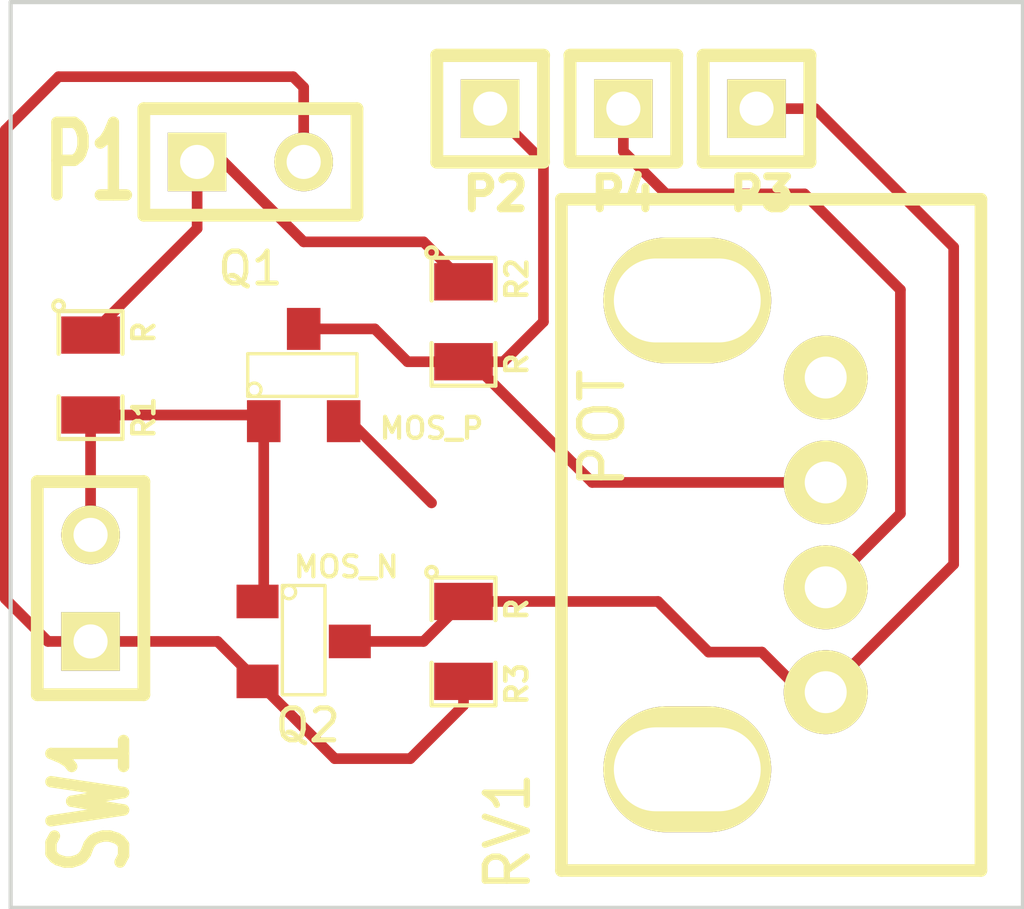
<source format=kicad_pcb>
(kicad_pcb (version 3) (host pcbnew "(2013-07-07 BZR 4022)-stable")

  (general
    (links 16)
    (no_connects 3)
    (area 176.6316 134.747 202.615001 157.660666)
    (thickness 1.6)
    (drawings 4)
    (tracks 52)
    (zones 0)
    (modules 11)
    (nets 7)
  )

  (page A3)
  (layers
    (15 F.Cu signal)
    (0 B.Cu signal hide)
    (16 B.Adhes user)
    (17 F.Adhes user)
    (18 B.Paste user)
    (19 F.Paste user)
    (20 B.SilkS user)
    (21 F.SilkS user)
    (22 B.Mask user)
    (23 F.Mask user)
    (24 Dwgs.User user hide)
    (25 Cmts.User user hide)
    (26 Eco1.User user)
    (27 Eco2.User user)
    (28 Edge.Cuts user)
  )

  (setup
    (last_trace_width 0.254)
    (trace_clearance 0.254)
    (zone_clearance 0.508)
    (zone_45_only yes)
    (trace_min 0.254)
    (segment_width 0.2)
    (edge_width 0.1)
    (via_size 0.889)
    (via_drill 0.635)
    (via_min_size 0.889)
    (via_min_drill 0.508)
    (uvia_size 0.508)
    (uvia_drill 0.127)
    (uvias_allowed no)
    (uvia_min_size 0.508)
    (uvia_min_drill 0.127)
    (pcb_text_width 0.3)
    (pcb_text_size 1.5 1.5)
    (mod_edge_width 0.15)
    (mod_text_size 1 1)
    (mod_text_width 0.15)
    (pad_size 2 2)
    (pad_drill 1)
    (pad_to_mask_clearance 0)
    (aux_axis_origin 0 0)
    (visible_elements 7FFFFFBF)
    (pcbplotparams
      (layerselection 284196865)
      (usegerberextensions true)
      (excludeedgelayer true)
      (linewidth 0.150000)
      (plotframeref false)
      (viasonmask false)
      (mode 1)
      (useauxorigin false)
      (hpglpennumber 1)
      (hpglpenspeed 20)
      (hpglpendiameter 15)
      (hpglpenoverlay 2)
      (psnegative false)
      (psa4output false)
      (plotreference true)
      (plotvalue true)
      (plotothertext true)
      (plotinvisibletext false)
      (padsonsilk false)
      (subtractmaskfromsilk false)
      (outputformat 1)
      (mirror false)
      (drillshape 0)
      (scaleselection 1)
      (outputdirectory Gerbers/))
  )

  (net 0 "")
  (net 1 GND)
  (net 2 N-000001)
  (net 3 N-000002)
  (net 4 N-000005)
  (net 5 N-000006)
  (net 6 VCC)

  (net_class Default "This is the default net class."
    (clearance 0.254)
    (trace_width 0.254)
    (via_dia 0.889)
    (via_drill 0.635)
    (uvia_dia 0.508)
    (uvia_drill 0.127)
    (add_net "")
    (add_net GND)
    (add_net N-000001)
    (add_net N-000002)
    (add_net N-000005)
    (add_net N-000006)
    (add_net VCC)
  )

  (module SOT23 (layer F.Cu) (tedit 55F60718) (tstamp 55F65294)
    (at 185.42 144.78)
    (tags SOT23)
    (path /55E99DD5)
    (fp_text reference Q1 (at -1.27 -2.54) (layer F.SilkS)
      (effects (font (size 0.762 0.762) (thickness 0.11938)))
    )
    (fp_text value MOS_P (at 3.048 1.27) (layer F.SilkS)
      (effects (font (size 0.50038 0.50038) (thickness 0.09906)))
    )
    (fp_circle (center -1.17602 0.35052) (end -1.30048 0.44958) (layer F.SilkS) (width 0.07874))
    (fp_line (start 1.27 -0.508) (end 1.27 0.508) (layer F.SilkS) (width 0.07874))
    (fp_line (start -1.3335 -0.508) (end -1.3335 0.508) (layer F.SilkS) (width 0.07874))
    (fp_line (start 1.27 0.508) (end -1.3335 0.508) (layer F.SilkS) (width 0.07874))
    (fp_line (start -1.3335 -0.508) (end 1.27 -0.508) (layer F.SilkS) (width 0.07874))
    (pad D smd rect (at 0 -1.09982) (size 0.8001 1.00076)
      (layers F.Cu F.Paste F.Mask)
      (net 5 N-000006)
    )
    (pad S smd rect (at 0.9525 1.09982) (size 0.8001 1.00076)
      (layers F.Cu F.Paste F.Mask)
      (net 6 VCC)
    )
    (pad G smd rect (at -0.9525 1.09982) (size 0.8001 1.00076)
      (layers F.Cu F.Paste F.Mask)
      (net 2 N-000001)
    )
    (model smd\SOT23_3.wrl
      (at (xyz 0 0 0))
      (scale (xyz 0.4 0.4 0.4))
      (rotate (xyz 0 0 180))
    )
  )

  (module SOT23 (layer F.Cu) (tedit 55F60714) (tstamp 55F6526D)
    (at 185.42 151.13 270)
    (tags SOT23)
    (path /55E99DFC)
    (fp_text reference Q2 (at 1.99898 -0.09906 360) (layer F.SilkS)
      (effects (font (size 0.762 0.762) (thickness 0.11938)))
    )
    (fp_text value MOS_N (at -1.778 -1.016 360) (layer F.SilkS)
      (effects (font (size 0.50038 0.50038) (thickness 0.09906)))
    )
    (fp_circle (center -1.17602 0.35052) (end -1.30048 0.44958) (layer F.SilkS) (width 0.07874))
    (fp_line (start 1.27 -0.508) (end 1.27 0.508) (layer F.SilkS) (width 0.07874))
    (fp_line (start -1.3335 -0.508) (end -1.3335 0.508) (layer F.SilkS) (width 0.07874))
    (fp_line (start 1.27 0.508) (end -1.3335 0.508) (layer F.SilkS) (width 0.07874))
    (fp_line (start -1.3335 -0.508) (end 1.27 -0.508) (layer F.SilkS) (width 0.07874))
    (pad D smd rect (at 0 -1.09982 270) (size 0.8001 1.00076)
      (layers F.Cu F.Paste F.Mask)
      (net 4 N-000005)
    )
    (pad S smd rect (at 0.9525 1.09982 270) (size 0.8001 1.00076)
      (layers F.Cu F.Paste F.Mask)
      (net 1 GND)
    )
    (pad G smd rect (at -0.9525 1.09982 270) (size 0.8001 1.00076)
      (layers F.Cu F.Paste F.Mask)
      (net 2 N-000001)
    )
    (model smd\SOT23_3.wrl
      (at (xyz 0 0 0))
      (scale (xyz 0.4 0.4 0.4))
      (rotate (xyz 0 0 180))
    )
  )

  (module SM0805 (layer F.Cu) (tedit 55F5F22D) (tstamp 55E9AAC2)
    (at 180.34 144.78 270)
    (path /55E99E2C)
    (attr smd)
    (fp_text reference R1 (at 1.016 -1.27 270) (layer F.SilkS)
      (effects (font (size 0.50038 0.50038) (thickness 0.10922)))
    )
    (fp_text value R (at -1.016 -1.27 270) (layer F.SilkS)
      (effects (font (size 0.50038 0.50038) (thickness 0.10922)))
    )
    (fp_circle (center -1.651 0.762) (end -1.651 0.635) (layer F.SilkS) (width 0.09906))
    (fp_line (start -0.508 0.762) (end -1.524 0.762) (layer F.SilkS) (width 0.09906))
    (fp_line (start -1.524 0.762) (end -1.524 -0.762) (layer F.SilkS) (width 0.09906))
    (fp_line (start -1.524 -0.762) (end -0.508 -0.762) (layer F.SilkS) (width 0.09906))
    (fp_line (start 0.508 -0.762) (end 1.524 -0.762) (layer F.SilkS) (width 0.09906))
    (fp_line (start 1.524 -0.762) (end 1.524 0.762) (layer F.SilkS) (width 0.09906))
    (fp_line (start 1.524 0.762) (end 0.508 0.762) (layer F.SilkS) (width 0.09906))
    (pad 1 smd rect (at -0.9525 0 270) (size 0.889 1.397)
      (layers F.Cu F.Paste F.Mask)
      (net 6 VCC)
    )
    (pad 2 smd rect (at 0.9525 0 270) (size 0.889 1.397)
      (layers F.Cu F.Paste F.Mask)
      (net 2 N-000001)
    )
    (model smd/chip_cms.wrl
      (at (xyz 0 0 0))
      (scale (xyz 0.1 0.1 0.1))
      (rotate (xyz 0 0 0))
    )
  )

  (module SM0805 (layer F.Cu) (tedit 55F5F216) (tstamp 55E9AACF)
    (at 189.23 143.51 270)
    (path /55E99E39)
    (attr smd)
    (fp_text reference R2 (at -1.016 -1.27 270) (layer F.SilkS)
      (effects (font (size 0.50038 0.50038) (thickness 0.10922)))
    )
    (fp_text value R (at 1.016 -1.27 270) (layer F.SilkS)
      (effects (font (size 0.50038 0.50038) (thickness 0.10922)))
    )
    (fp_circle (center -1.651 0.762) (end -1.651 0.635) (layer F.SilkS) (width 0.09906))
    (fp_line (start -0.508 0.762) (end -1.524 0.762) (layer F.SilkS) (width 0.09906))
    (fp_line (start -1.524 0.762) (end -1.524 -0.762) (layer F.SilkS) (width 0.09906))
    (fp_line (start -1.524 -0.762) (end -0.508 -0.762) (layer F.SilkS) (width 0.09906))
    (fp_line (start 0.508 -0.762) (end 1.524 -0.762) (layer F.SilkS) (width 0.09906))
    (fp_line (start 1.524 -0.762) (end 1.524 0.762) (layer F.SilkS) (width 0.09906))
    (fp_line (start 1.524 0.762) (end 0.508 0.762) (layer F.SilkS) (width 0.09906))
    (pad 1 smd rect (at -0.9525 0 270) (size 0.889 1.397)
      (layers F.Cu F.Paste F.Mask)
      (net 6 VCC)
    )
    (pad 2 smd rect (at 0.9525 0 270) (size 0.889 1.397)
      (layers F.Cu F.Paste F.Mask)
      (net 5 N-000006)
    )
    (model smd/chip_cms.wrl
      (at (xyz 0 0 0))
      (scale (xyz 0.1 0.1 0.1))
      (rotate (xyz 0 0 0))
    )
  )

  (module SM0805 (layer F.Cu) (tedit 55F5F21C) (tstamp 55E9ACFC)
    (at 189.23 151.13 270)
    (path /55E99E3F)
    (attr smd)
    (fp_text reference R3 (at 1.016 -1.27 270) (layer F.SilkS)
      (effects (font (size 0.50038 0.50038) (thickness 0.10922)))
    )
    (fp_text value R (at -0.762 -1.27 270) (layer F.SilkS)
      (effects (font (size 0.50038 0.50038) (thickness 0.10922)))
    )
    (fp_circle (center -1.651 0.762) (end -1.651 0.635) (layer F.SilkS) (width 0.09906))
    (fp_line (start -0.508 0.762) (end -1.524 0.762) (layer F.SilkS) (width 0.09906))
    (fp_line (start -1.524 0.762) (end -1.524 -0.762) (layer F.SilkS) (width 0.09906))
    (fp_line (start -1.524 -0.762) (end -0.508 -0.762) (layer F.SilkS) (width 0.09906))
    (fp_line (start 0.508 -0.762) (end 1.524 -0.762) (layer F.SilkS) (width 0.09906))
    (fp_line (start 1.524 -0.762) (end 1.524 0.762) (layer F.SilkS) (width 0.09906))
    (fp_line (start 1.524 0.762) (end 0.508 0.762) (layer F.SilkS) (width 0.09906))
    (pad 1 smd rect (at -0.9525 0 270) (size 0.889 1.397)
      (layers F.Cu F.Paste F.Mask)
      (net 4 N-000005)
    )
    (pad 2 smd rect (at 0.9525 0 270) (size 0.889 1.397)
      (layers F.Cu F.Paste F.Mask)
      (net 1 GND)
    )
    (model smd/chip_cms.wrl
      (at (xyz 0 0 0))
      (scale (xyz 0.1 0.1 0.1))
      (rotate (xyz 0 0 0))
    )
  )

  (module SIL-2 (layer F.Cu) (tedit 55E9B1E9) (tstamp 55E9ACEE)
    (at 180.34 149.86 90)
    (descr "Connecteurs 2 pins")
    (tags "CONN DEV")
    (path /55E99E1D)
    (fp_text reference SW1 (at -5.08 0 90) (layer F.SilkS)
      (effects (font (size 1.72974 1.08712) (thickness 0.3048)))
    )
    (fp_text value SPST (at 0 -2.54 90) (layer F.SilkS) hide
      (effects (font (size 1.524 1.016) (thickness 0.3048)))
    )
    (fp_line (start -2.54 1.27) (end -2.54 -1.27) (layer F.SilkS) (width 0.3048))
    (fp_line (start -2.54 -1.27) (end 2.54 -1.27) (layer F.SilkS) (width 0.3048))
    (fp_line (start 2.54 -1.27) (end 2.54 1.27) (layer F.SilkS) (width 0.3048))
    (fp_line (start 2.54 1.27) (end -2.54 1.27) (layer F.SilkS) (width 0.3048))
    (pad 1 thru_hole rect (at -1.27 0 90) (size 1.397 1.397) (drill 0.8128)
      (layers *.Cu *.Mask F.SilkS)
      (net 1 GND)
    )
    (pad 2 thru_hole circle (at 1.27 0 90) (size 1.397 1.397) (drill 0.8128)
      (layers *.Cu *.Mask F.SilkS)
      (net 2 N-000001)
    )
  )

  (module SIL-2 (layer F.Cu) (tedit 55E9AE16) (tstamp 55E9ACE3)
    (at 184.15 139.7)
    (descr "Connecteurs 2 pins")
    (tags "CONN DEV")
    (path /55E9A15F)
    (fp_text reference P1 (at -3.81 0) (layer F.SilkS)
      (effects (font (size 1.72974 1.08712) (thickness 0.3048)))
    )
    (fp_text value CONN_2 (at 0 -2.54) (layer F.SilkS) hide
      (effects (font (size 1.524 1.016) (thickness 0.3048)))
    )
    (fp_line (start -2.54 1.27) (end -2.54 -1.27) (layer F.SilkS) (width 0.3048))
    (fp_line (start -2.54 -1.27) (end 2.54 -1.27) (layer F.SilkS) (width 0.3048))
    (fp_line (start 2.54 -1.27) (end 2.54 1.27) (layer F.SilkS) (width 0.3048))
    (fp_line (start 2.54 1.27) (end -2.54 1.27) (layer F.SilkS) (width 0.3048))
    (pad 1 thru_hole rect (at -1.27 0) (size 1.397 1.397) (drill 0.8128)
      (layers *.Cu *.Mask F.SilkS)
      (net 6 VCC)
    )
    (pad 2 thru_hole circle (at 1.27 0) (size 1.397 1.397) (drill 0.8128)
      (layers *.Cu *.Mask F.SilkS)
      (net 1 GND)
    )
  )

  (module SIL-1 (layer F.Cu) (tedit 55F5F206) (tstamp 55E9AAF9)
    (at 189.865 138.43)
    (descr "Connecteurs 1 pin")
    (tags "CONN DEV")
    (path /55E9A1EE)
    (fp_text reference P2 (at 0.127 2.032) (layer F.SilkS)
      (effects (font (size 0.762 0.762) (thickness 0.1905)))
    )
    (fp_text value CONN_1 (at 0 -2.54) (layer F.SilkS) hide
      (effects (font (size 1.524 1.016) (thickness 0.254)))
    )
    (fp_line (start -1.27 1.27) (end 1.27 1.27) (layer F.SilkS) (width 0.3175))
    (fp_line (start -1.27 -1.27) (end 1.27 -1.27) (layer F.SilkS) (width 0.3175))
    (fp_line (start -1.27 1.27) (end -1.27 -1.27) (layer F.SilkS) (width 0.3048))
    (fp_line (start 1.27 -1.27) (end 1.27 1.27) (layer F.SilkS) (width 0.3048))
    (pad 1 thru_hole rect (at 0 0) (size 1.397 1.397) (drill 0.8128)
      (layers *.Cu *.Mask F.SilkS)
      (net 5 N-000006)
    )
  )

  (module SIL-1 (layer F.Cu) (tedit 55F5F201) (tstamp 55E9AB02)
    (at 193.04 138.43)
    (descr "Connecteurs 1 pin")
    (tags "CONN DEV")
    (path /55E9A1FB)
    (fp_text reference P4 (at 0 2.032) (layer F.SilkS)
      (effects (font (size 0.762 0.762) (thickness 0.1905)))
    )
    (fp_text value CONN_1 (at 0 -2.54) (layer F.SilkS) hide
      (effects (font (size 1.524 1.016) (thickness 0.254)))
    )
    (fp_line (start -1.27 1.27) (end 1.27 1.27) (layer F.SilkS) (width 0.3175))
    (fp_line (start -1.27 -1.27) (end 1.27 -1.27) (layer F.SilkS) (width 0.3175))
    (fp_line (start -1.27 1.27) (end -1.27 -1.27) (layer F.SilkS) (width 0.3048))
    (fp_line (start 1.27 -1.27) (end 1.27 1.27) (layer F.SilkS) (width 0.3048))
    (pad 1 thru_hole rect (at 0 0) (size 1.397 1.397) (drill 0.8128)
      (layers *.Cu *.Mask F.SilkS)
      (net 3 N-000002)
    )
  )

  (module SIL-1 (layer F.Cu) (tedit 55F5F1FE) (tstamp 55E9AB0B)
    (at 196.215 138.43)
    (descr "Connecteurs 1 pin")
    (tags "CONN DEV")
    (path /55E9A201)
    (fp_text reference P3 (at 0.127 2.032) (layer F.SilkS)
      (effects (font (size 0.762 0.762) (thickness 0.1905)))
    )
    (fp_text value CONN_1 (at 0 -2.54) (layer F.SilkS) hide
      (effects (font (size 1.524 1.016) (thickness 0.254)))
    )
    (fp_line (start -1.27 1.27) (end 1.27 1.27) (layer F.SilkS) (width 0.3175))
    (fp_line (start -1.27 -1.27) (end 1.27 -1.27) (layer F.SilkS) (width 0.3175))
    (fp_line (start -1.27 1.27) (end -1.27 -1.27) (layer F.SilkS) (width 0.3048))
    (fp_line (start 1.27 -1.27) (end 1.27 1.27) (layer F.SilkS) (width 0.3048))
    (pad 1 thru_hole rect (at 0 0) (size 1.397 1.397) (drill 0.8128)
      (layers *.Cu *.Mask F.SilkS)
      (net 4 N-000005)
    )
  )

  (module bourns_knob (layer F.Cu) (tedit 55F5F2FC) (tstamp 55F6515B)
    (at 194.564 148.59 90)
    (path /55E99EC6)
    (fp_text reference RV1 (at -7.075 -4.28 90) (layer F.SilkS)
      (effects (font (size 1 1) (thickness 0.15)))
    )
    (fp_text value POT (at 2.54 -2.032 90) (layer F.SilkS)
      (effects (font (size 1 1) (thickness 0.15)))
    )
    (fp_line (start -8 7) (end 8 7) (layer F.SilkS) (width 0.3))
    (fp_line (start 8 7) (end 8 -3) (layer F.SilkS) (width 0.3))
    (fp_line (start 8 -3) (end -8 -3) (layer F.SilkS) (width 0.3))
    (fp_line (start -8 -3) (end -8 7) (layer F.SilkS) (width 0.3))
    (pad 3 thru_hole circle (at -3.75 3.3 90) (size 2 2) (drill 1)
      (layers *.Cu *.Mask F.SilkS)
      (net 4 N-000005)
    )
    (pad 2 thru_hole circle (at -1.25 3.3 90) (size 2 2) (drill 1)
      (layers *.Cu *.Mask F.SilkS)
      (net 3 N-000002)
    )
    (pad 1 thru_hole circle (at 1.25 3.3 90) (size 2 2) (drill 1)
      (layers *.Cu *.Mask F.SilkS)
      (net 5 N-000006)
    )
    (pad 4 thru_hole circle (at 3.75 3.3 90) (size 2 2) (drill 1)
      (layers *.Cu *.Mask F.SilkS)
    )
    (pad "" thru_hole oval (at 5.588 0 90) (size 3 4) (drill oval 2 3.5)
      (layers *.Cu *.Mask F.SilkS)
    )
    (pad "" thru_hole oval (at -5.588 0 90) (size 3 4) (drill oval 2 3.5)
      (layers *.Cu *.Mask F.SilkS)
    )
  )

  (gr_line (start 178.435 157.48) (end 202.565 157.48) (angle 90) (layer Edge.Cuts) (width 0.1))
  (gr_line (start 178.435 135.89) (end 178.435 157.48) (angle 90) (layer Edge.Cuts) (width 0.1))
  (gr_line (start 202.565 135.89) (end 178.435 135.89) (angle 90) (layer Edge.Cuts) (width 0.1))
  (gr_line (start 202.565 157.48) (end 202.565 135.89) (angle 90) (layer Edge.Cuts) (width 0.1))

  (segment (start 189.23 152.0825) (end 189.23 152.654) (width 0.254) (layer F.Cu) (net 1) (status 400000))
  (segment (start 185.42 137.922) (end 185.42 139.7) (width 0.254) (layer F.Cu) (net 1) (tstamp 55F652A5) (status 800000))
  (segment (start 185.166 137.668) (end 185.42 137.922) (width 0.254) (layer F.Cu) (net 1) (tstamp 55F652A4))
  (segment (start 179.578 137.668) (end 185.166 137.668) (width 0.254) (layer F.Cu) (net 1) (tstamp 55F652A2))
  (segment (start 178.308 138.938) (end 179.578 137.668) (width 0.254) (layer F.Cu) (net 1) (tstamp 55F652A0))
  (segment (start 178.308 150.114) (end 178.308 138.938) (width 0.254) (layer F.Cu) (net 1) (tstamp 55F6529E))
  (segment (start 179.324 151.13) (end 178.308 150.114) (width 0.254) (layer F.Cu) (net 1) (tstamp 55F6529C))
  (segment (start 183.36768 151.13) (end 179.324 151.13) (width 0.254) (layer F.Cu) (net 1) (tstamp 55F6529A))
  (segment (start 186.16168 153.924) (end 183.36768 151.13) (width 0.254) (layer F.Cu) (net 1) (tstamp 55F65298))
  (segment (start 187.96 153.924) (end 186.16168 153.924) (width 0.254) (layer F.Cu) (net 1) (tstamp 55F65296))
  (segment (start 189.23 152.654) (end 187.96 153.924) (width 0.254) (layer F.Cu) (net 1) (tstamp 55F65295))
  (segment (start 180.34 145.7325) (end 184.32018 145.7325) (width 0.254) (layer F.Cu) (net 2) (status C00000))
  (segment (start 184.32018 145.7325) (end 184.4675 145.87982) (width 0.254) (layer F.Cu) (net 2) (tstamp 55F652A8) (status C00000))
  (segment (start 184.4675 145.87982) (end 184.4675 150.03018) (width 0.254) (layer F.Cu) (net 2))
  (segment (start 184.4675 150.03018) (end 184.32018 150.1775) (width 0.254) (layer F.Cu) (net 2) (tstamp 55E9B01F))
  (segment (start 180.34 145.7325) (end 180.34 148.59) (width 0.254) (layer F.Cu) (net 2))
  (segment (start 197.864 149.84) (end 197.886 149.84) (width 0.254) (layer F.Cu) (net 3))
  (segment (start 193.04 139.446) (end 193.04 138.43) (width 0.254) (layer F.Cu) (net 3) (tstamp 55F65185))
  (segment (start 194.056 140.462) (end 193.04 139.446) (width 0.254) (layer F.Cu) (net 3) (tstamp 55F65183))
  (segment (start 197.358 140.462) (end 194.056 140.462) (width 0.254) (layer F.Cu) (net 3) (tstamp 55F65181))
  (segment (start 199.644 142.748) (end 197.358 140.462) (width 0.254) (layer F.Cu) (net 3) (tstamp 55F6517F))
  (segment (start 199.644 148.082) (end 199.644 142.748) (width 0.254) (layer F.Cu) (net 3) (tstamp 55F6517D))
  (segment (start 197.886 149.84) (end 199.644 148.082) (width 0.254) (layer F.Cu) (net 3) (tstamp 55F6517C))
  (segment (start 186.51982 151.13) (end 188.2775 151.13) (width 0.254) (layer F.Cu) (net 4))
  (segment (start 188.2775 151.13) (end 189.23 150.1775) (width 0.254) (layer F.Cu) (net 4) (tstamp 55E9B022))
  (segment (start 196.215 138.43) (end 197.612 138.43) (width 0.254) (layer F.Cu) (net 4))
  (segment (start 200.914 149.29) (end 197.864 152.34) (width 0.254) (layer F.Cu) (net 4) (tstamp 55F6518D))
  (segment (start 200.914 141.732) (end 200.914 149.29) (width 0.254) (layer F.Cu) (net 4) (tstamp 55F6518B))
  (segment (start 197.612 138.43) (end 200.914 141.732) (width 0.254) (layer F.Cu) (net 4) (tstamp 55F65189))
  (segment (start 189.23 150.1775) (end 193.8655 150.1775) (width 0.254) (layer F.Cu) (net 4))
  (segment (start 197.298 152.34) (end 197.864 152.34) (width 0.254) (layer F.Cu) (net 4) (tstamp 55F65174))
  (segment (start 196.342 151.384) (end 197.298 152.34) (width 0.254) (layer F.Cu) (net 4) (tstamp 55F65173))
  (segment (start 195.072 151.384) (end 196.342 151.384) (width 0.254) (layer F.Cu) (net 4) (tstamp 55F65172))
  (segment (start 193.8655 150.1775) (end 195.072 151.384) (width 0.254) (layer F.Cu) (net 4) (tstamp 55F65170))
  (segment (start 185.42 143.68018) (end 187.11418 143.68018) (width 0.254) (layer F.Cu) (net 5) (status 400000))
  (segment (start 187.8965 144.4625) (end 189.23 144.4625) (width 0.254) (layer F.Cu) (net 5) (tstamp 55F652AC) (status 800000))
  (segment (start 187.11418 143.68018) (end 187.8965 144.4625) (width 0.254) (layer F.Cu) (net 5) (tstamp 55F652AB))
  (segment (start 189.23 144.4625) (end 189.4205 144.4625) (width 0.254) (layer F.Cu) (net 5))
  (segment (start 192.298 147.34) (end 197.864 147.34) (width 0.254) (layer F.Cu) (net 5) (tstamp 55F65178))
  (segment (start 189.4205 144.4625) (end 192.298 147.34) (width 0.254) (layer F.Cu) (net 5) (tstamp 55F65177))
  (segment (start 189.23 144.4625) (end 190.1825 144.4625) (width 0.254) (layer F.Cu) (net 5))
  (segment (start 191.135 139.7) (end 189.865 138.43) (width 0.254) (layer F.Cu) (net 5) (tstamp 55E9B046))
  (segment (start 191.135 143.51) (end 191.135 139.7) (width 0.254) (layer F.Cu) (net 5) (tstamp 55E9B045))
  (segment (start 190.1825 144.4625) (end 191.135 143.51) (width 0.254) (layer F.Cu) (net 5) (tstamp 55E9B044))
  (segment (start 186.3725 145.87982) (end 186.51982 145.87982) (width 0.254) (layer F.Cu) (net 6) (status C00000))
  (segment (start 186.51982 145.87982) (end 188.468 147.828) (width 0.254) (layer F.Cu) (net 6) (tstamp 55F652C9) (status 400000))
  (segment (start 182.88 139.7) (end 183.515 139.7) (width 0.254) (layer F.Cu) (net 6))
  (segment (start 188.2775 141.605) (end 189.23 142.5575) (width 0.254) (layer F.Cu) (net 6) (tstamp 55E9B130))
  (segment (start 185.42 141.605) (end 188.2775 141.605) (width 0.254) (layer F.Cu) (net 6) (tstamp 55E9B12C))
  (segment (start 183.515 139.7) (end 185.42 141.605) (width 0.254) (layer F.Cu) (net 6) (tstamp 55E9B127))
  (segment (start 182.88 139.7) (end 182.88 141.2875) (width 0.254) (layer F.Cu) (net 6))
  (segment (start 182.88 141.2875) (end 180.34 143.8275) (width 0.254) (layer F.Cu) (net 6) (tstamp 55E9B029))

  (zone (net 1) (net_name GND) (layer F.Cu) (tstamp 55E9C0A1) (hatch edge 0.508)
    (connect_pads (clearance 0.508))
    (min_thickness 0.254)
    (fill (arc_segments 16) (thermal_gap 0.508) (thermal_bridge_width 0.508))
    (polygon
      (pts
        (xy 201.93 156.845) (xy 179.07 156.845) (xy 179.07 136.525) (xy 201.93 136.525)
      )
    )
  )
  (zone (net 1) (net_name GND) (layer B.Cu) (tstamp 55E9C0B9) (hatch edge 0.508)
    (connect_pads (clearance 0.508))
    (min_thickness 0.254)
    (fill (arc_segments 16) (thermal_gap 0.508) (thermal_bridge_width 0.508))
    (polygon
      (pts
        (xy 201.93 156.845) (xy 179.07 156.845) (xy 179.07 136.525) (xy 201.93 136.525)
      )
    )
  )
)

</source>
